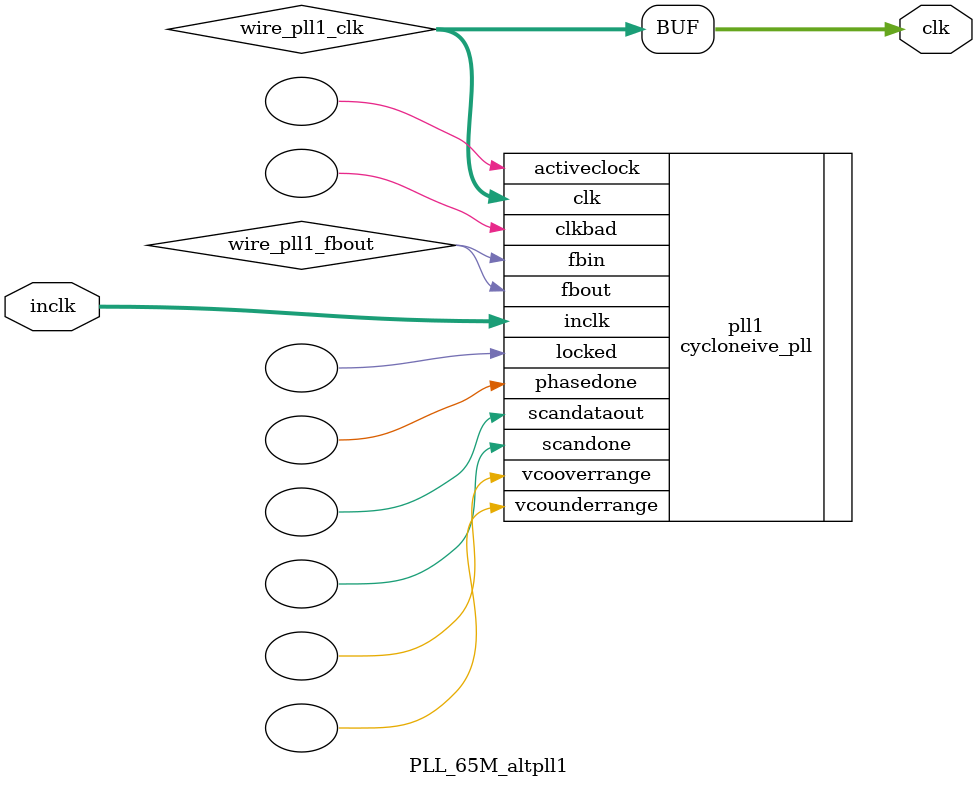
<source format=v>






//synthesis_resources = cycloneive_pll 1 
//synopsys translate_off
`timescale 1 ps / 1 ps
//synopsys translate_on
module  PLL_65M_altpll1
	( 
	clk,
	inclk) /* synthesis synthesis_clearbox=1 */;
	output   [4:0]  clk;
	input   [1:0]  inclk;
`ifndef ALTERA_RESERVED_QIS
// synopsys translate_off
`endif
	tri0   [1:0]  inclk;
`ifndef ALTERA_RESERVED_QIS
// synopsys translate_on
`endif

	wire  [4:0]   wire_pll1_clk;
	wire  wire_pll1_fbout;

	cycloneive_pll   pll1
	( 
	.activeclock(),
	.clk(wire_pll1_clk),
	.clkbad(),
	.fbin(wire_pll1_fbout),
	.fbout(wire_pll1_fbout),
	.inclk(inclk),
	.locked(),
	.phasedone(),
	.scandataout(),
	.scandone(),
	.vcooverrange(),
	.vcounderrange()
	`ifndef FORMAL_VERIFICATION
	// synopsys translate_off
	`endif
	,
	.areset(1'b0),
	.clkswitch(1'b0),
	.configupdate(1'b0),
	.pfdena(1'b1),
	.phasecounterselect({3{1'b0}}),
	.phasestep(1'b0),
	.phaseupdown(1'b0),
	.scanclk(1'b0),
	.scanclkena(1'b1),
	.scandata(1'b0)
	`ifndef FORMAL_VERIFICATION
	// synopsys translate_on
	`endif
	);
	defparam
		pll1.bandwidth_type = "auto",
		pll1.clk0_divide_by = 10,
		pll1.clk0_duty_cycle = 50,
		pll1.clk0_multiply_by = 13,
		pll1.clk0_phase_shift = "0",
		pll1.clk1_divide_by = 10,
		pll1.clk1_duty_cycle = 50,
		pll1.clk1_multiply_by = 117,
		pll1.clk1_phase_shift = "0",
		pll1.compensate_clock = "clk0",
		pll1.inclk0_input_frequency = 20000,
		pll1.operation_mode = "normal",
		pll1.pll_type = "auto",
		pll1.lpm_type = "cycloneive_pll";
	assign
		clk = {wire_pll1_clk[4:0]};
endmodule //PLL_65M_altpll1
//VALID FILE

</source>
